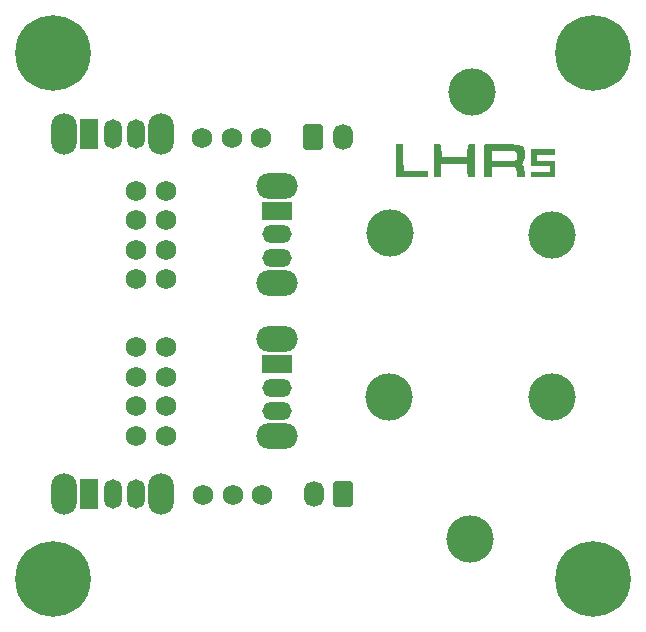
<source format=gbr>
%TF.GenerationSoftware,KiCad,Pcbnew,9.0.4*%
%TF.CreationDate,2025-09-21T22:31:07-05:00*%
%TF.ProjectId,Scrutineering,53637275-7469-46e6-9565-72696e672e6b,rev?*%
%TF.SameCoordinates,Original*%
%TF.FileFunction,Soldermask,Top*%
%TF.FilePolarity,Negative*%
%FSLAX46Y46*%
G04 Gerber Fmt 4.6, Leading zero omitted, Abs format (unit mm)*
G04 Created by KiCad (PCBNEW 9.0.4) date 2025-09-21 22:31:07*
%MOMM*%
%LPD*%
G01*
G04 APERTURE LIST*
G04 Aperture macros list*
%AMRoundRect*
0 Rectangle with rounded corners*
0 $1 Rounding radius*
0 $2 $3 $4 $5 $6 $7 $8 $9 X,Y pos of 4 corners*
0 Add a 4 corners polygon primitive as box body*
4,1,4,$2,$3,$4,$5,$6,$7,$8,$9,$2,$3,0*
0 Add four circle primitives for the rounded corners*
1,1,$1+$1,$2,$3*
1,1,$1+$1,$4,$5*
1,1,$1+$1,$6,$7*
1,1,$1+$1,$8,$9*
0 Add four rect primitives between the rounded corners*
20,1,$1+$1,$2,$3,$4,$5,0*
20,1,$1+$1,$4,$5,$6,$7,0*
20,1,$1+$1,$6,$7,$8,$9,0*
20,1,$1+$1,$8,$9,$2,$3,0*%
G04 Aperture macros list end*
%ADD10C,0.000000*%
%ADD11RoundRect,0.250000X-0.600000X0.850000X-0.600000X-0.850000X0.600000X-0.850000X0.600000X0.850000X0*%
%ADD12O,1.700000X2.200000*%
%ADD13C,4.000000*%
%ADD14O,3.500000X2.200000*%
%ADD15R,2.500000X1.500000*%
%ADD16O,2.500000X1.500000*%
%ADD17C,1.752600*%
%ADD18RoundRect,0.250000X0.600000X-0.850000X0.600000X0.850000X-0.600000X0.850000X-0.600000X-0.850000X0*%
%ADD19C,3.600000*%
%ADD20C,6.400000*%
%ADD21O,2.200000X3.500000*%
%ADD22R,1.500000X2.500000*%
%ADD23O,1.500000X2.500000*%
G04 APERTURE END LIST*
D10*
%TO.C,LOGO2*%
G36*
X120595639Y-64921515D02*
G01*
X120620838Y-66055443D01*
X121641373Y-66069086D01*
X122661909Y-66082729D01*
X122661909Y-66333669D01*
X122661909Y-66584610D01*
X121325596Y-66584610D01*
X119989283Y-66584610D01*
X120002679Y-65186098D01*
X120016076Y-63787586D01*
X120293258Y-63787586D01*
X120570441Y-63787586D01*
X120595639Y-64921515D01*
G37*
G36*
X133460718Y-64434808D02*
G01*
X133460718Y-64661594D01*
X132679567Y-64661594D01*
X131898416Y-64661594D01*
X131898416Y-64913578D01*
X131898416Y-65165562D01*
X132679567Y-65165562D01*
X133460718Y-65165562D01*
X133460718Y-65871118D01*
X133460718Y-66576673D01*
X132452781Y-66576673D01*
X131444845Y-66576673D01*
X131444845Y-66349888D01*
X131444845Y-66123102D01*
X132225996Y-66123102D01*
X133007146Y-66123102D01*
X133007146Y-65871118D01*
X133007146Y-65619134D01*
X132225996Y-65619134D01*
X131444845Y-65619134D01*
X131444845Y-64913578D01*
X131444845Y-64208023D01*
X132452781Y-64208023D01*
X133460718Y-64208023D01*
X133460718Y-64434808D01*
G37*
G36*
X126471673Y-63771480D02*
G01*
X126668457Y-63787586D01*
X126681853Y-65186098D01*
X126695249Y-66584610D01*
X126368523Y-66584610D01*
X126041797Y-66584610D01*
X126027548Y-66017646D01*
X126013298Y-65450681D01*
X124918827Y-65437104D01*
X123824355Y-65423526D01*
X123810096Y-65991469D01*
X123795838Y-66559411D01*
X123480056Y-66574436D01*
X123164274Y-66589461D01*
X123177675Y-65188524D01*
X123191076Y-63787586D01*
X123447536Y-63772635D01*
X123646635Y-63777471D01*
X123755208Y-63820030D01*
X123760573Y-63825854D01*
X123786120Y-63903183D01*
X123808896Y-64055853D01*
X123825721Y-64258411D01*
X123831692Y-64395171D01*
X123846234Y-64896316D01*
X124929766Y-64896316D01*
X126013298Y-64896316D01*
X126027597Y-64355084D01*
X126036906Y-64097165D01*
X126056616Y-63924389D01*
X126098626Y-63821119D01*
X126174835Y-63771715D01*
X126297143Y-63760540D01*
X126471673Y-63771480D01*
G37*
G36*
X128701234Y-63767490D02*
G01*
X129024362Y-63771334D01*
X129492570Y-63779803D01*
X129870500Y-63792479D01*
X130168668Y-63813466D01*
X130397589Y-63846867D01*
X130567779Y-63896788D01*
X130689753Y-63967331D01*
X130774027Y-64062602D01*
X130831117Y-64186704D01*
X130871538Y-64343742D01*
X130900197Y-64503466D01*
X130910626Y-64705924D01*
X130887033Y-64928415D01*
X130836540Y-65136958D01*
X130766267Y-65297576D01*
X130722216Y-65352770D01*
X130657975Y-65418686D01*
X130658142Y-65470992D01*
X130725133Y-65551182D01*
X130734344Y-65560995D01*
X130790408Y-65635961D01*
X130827075Y-65733385D01*
X130850161Y-65878244D01*
X130865479Y-66095515D01*
X130867283Y-66132039D01*
X130888921Y-66584610D01*
X130555177Y-66584610D01*
X130221433Y-66584610D01*
X130221433Y-66289025D01*
X130209187Y-66082323D01*
X130166743Y-65938961D01*
X130116981Y-65860652D01*
X130012530Y-65727864D01*
X129058648Y-65727864D01*
X128104766Y-65727864D01*
X128104766Y-66156237D01*
X128104766Y-66584610D01*
X127777187Y-66584610D01*
X127449607Y-66584610D01*
X127449607Y-65199657D01*
X127449607Y-64736726D01*
X127449607Y-64316753D01*
X128104766Y-64316753D01*
X128104766Y-64736726D01*
X128109033Y-64934263D01*
X128120387Y-65091984D01*
X128136661Y-65183622D01*
X128142564Y-65194709D01*
X128202664Y-65205809D01*
X128347089Y-65213814D01*
X128559409Y-65218371D01*
X128823190Y-65219129D01*
X129122003Y-65215736D01*
X129123564Y-65215708D01*
X129460327Y-65208617D01*
X129710810Y-65200220D01*
X129889526Y-65189014D01*
X130010986Y-65173495D01*
X130089704Y-65152161D01*
X130140194Y-65123507D01*
X130156698Y-65108703D01*
X130222040Y-64990572D01*
X130246252Y-64799107D01*
X130246631Y-64764072D01*
X130236636Y-64594739D01*
X130198255Y-64487806D01*
X130127655Y-64413094D01*
X130077565Y-64379156D01*
X130013268Y-64354211D01*
X129919659Y-64336897D01*
X129781633Y-64325857D01*
X129584085Y-64319733D01*
X129311909Y-64317164D01*
X129056723Y-64316753D01*
X128104766Y-64316753D01*
X127449607Y-64316753D01*
X127449607Y-63814705D01*
X127575453Y-63783119D01*
X127658609Y-63775336D01*
X127827650Y-63769760D01*
X128067692Y-63766513D01*
X128363849Y-63765716D01*
X128701234Y-63767490D01*
G37*
%TD*%
D11*
%TO.C,J11*%
X115500000Y-93410000D03*
D12*
X113000000Y-93410000D03*
%TD*%
D13*
%TO.C,J10*%
X126250000Y-97225000D03*
%TD*%
D14*
%TO.C,VOLT2*%
X109900000Y-80300000D03*
X109900000Y-88500000D03*
D15*
X109900000Y-82400000D03*
D16*
X109900000Y-84400000D03*
X109900000Y-86400000D03*
%TD*%
D17*
%TO.C,J4*%
X108666600Y-93516895D03*
X106166600Y-93516895D03*
X103666600Y-93516895D03*
%TD*%
D13*
%TO.C,J5*%
X133175000Y-71425000D03*
%TD*%
%TO.C,J8*%
X119375000Y-85200000D03*
%TD*%
D18*
%TO.C,J12*%
X112975000Y-63165000D03*
D12*
X115475000Y-63165000D03*
%TD*%
D19*
%TO.C,MH2*%
X136675000Y-100600000D03*
D20*
X136675000Y-100600000D03*
%TD*%
D14*
%TO.C,VOLT1*%
X109900000Y-67300000D03*
X109900000Y-75500000D03*
D15*
X109900000Y-69400000D03*
D16*
X109900000Y-71400000D03*
X109900000Y-73400000D03*
%TD*%
D17*
%TO.C,J3*%
X103583400Y-63258106D03*
X106083400Y-63258106D03*
X108583400Y-63258106D03*
%TD*%
D19*
%TO.C,MH1*%
X136650000Y-56050000D03*
D20*
X136650000Y-56050000D03*
%TD*%
D17*
%TO.C,J1*%
X100500000Y-75216600D03*
X100500000Y-72716600D03*
X100500000Y-70216600D03*
X100500000Y-67716600D03*
X98000000Y-75216600D03*
X98000000Y-72716600D03*
X98000000Y-70216600D03*
X98000000Y-67716600D03*
%TD*%
D21*
%TO.C,TEMP2*%
X91900000Y-93375000D03*
X100100000Y-93375000D03*
D22*
X94000000Y-93375000D03*
D23*
X96000000Y-93375000D03*
X98000000Y-93375000D03*
%TD*%
D19*
%TO.C,MH4*%
X90950000Y-100600000D03*
D20*
X90950000Y-100600000D03*
%TD*%
D13*
%TO.C,J9*%
X126375000Y-59325000D03*
%TD*%
D21*
%TO.C,TEMP1*%
X91900000Y-62875000D03*
X100100000Y-62875000D03*
D22*
X94000000Y-62875000D03*
D23*
X96000000Y-62875000D03*
X98000000Y-62875000D03*
%TD*%
D17*
%TO.C,J2*%
X100500000Y-88466600D03*
X100500000Y-85966600D03*
X100500000Y-83466600D03*
X100500000Y-80966600D03*
X98000000Y-88466600D03*
X98000000Y-85966600D03*
X98000000Y-83466600D03*
X98000000Y-80966600D03*
%TD*%
D13*
%TO.C,J7*%
X119475000Y-71325000D03*
%TD*%
D19*
%TO.C,MH3*%
X90950000Y-56025000D03*
D20*
X90950000Y-56025000D03*
%TD*%
D13*
%TO.C,J6*%
X133175000Y-85200000D03*
%TD*%
M02*

</source>
